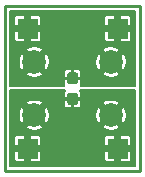
<source format=gbr>
G04 #@! TF.GenerationSoftware,KiCad,Pcbnew,(5.1.8)-1*
G04 #@! TF.CreationDate,2021-06-11T10:05:30-05:00*
G04 #@! TF.ProjectId,Tactile_Switch_Adapter,54616374-696c-4655-9f53-77697463685f,1A*
G04 #@! TF.SameCoordinates,Original*
G04 #@! TF.FileFunction,Copper,L2,Bot*
G04 #@! TF.FilePolarity,Positive*
%FSLAX46Y46*%
G04 Gerber Fmt 4.6, Leading zero omitted, Abs format (unit mm)*
G04 Created by KiCad (PCBNEW (5.1.8)-1) date 2021-06-11 10:05:30*
%MOMM*%
%LPD*%
G01*
G04 APERTURE LIST*
G04 #@! TA.AperFunction,Profile*
%ADD10C,0.254000*%
G04 #@! TD*
G04 #@! TA.AperFunction,ComponentPad*
%ADD11C,2.000000*%
G04 #@! TD*
G04 #@! TA.AperFunction,ComponentPad*
%ADD12R,1.700000X1.700000*%
G04 #@! TD*
G04 #@! TA.AperFunction,Conductor*
%ADD13C,0.127000*%
G04 #@! TD*
G04 #@! TA.AperFunction,Conductor*
%ADD14C,0.150000*%
G04 #@! TD*
G04 APERTURE END LIST*
D10*
X94270000Y-107000000D02*
X105730000Y-107000000D01*
X105730000Y-107000000D02*
X105730000Y-93000000D01*
X94270000Y-93000000D02*
X94270000Y-107000000D01*
X94270000Y-93000000D02*
X105730000Y-93000000D01*
G04 #@! TA.AperFunction,SMDPad,CuDef*
G36*
G01*
X100237500Y-99650000D02*
X99762500Y-99650000D01*
G75*
G02*
X99525000Y-99412500I0J237500D01*
G01*
X99525000Y-98837500D01*
G75*
G02*
X99762500Y-98600000I237500J0D01*
G01*
X100237500Y-98600000D01*
G75*
G02*
X100475000Y-98837500I0J-237500D01*
G01*
X100475000Y-99412500D01*
G75*
G02*
X100237500Y-99650000I-237500J0D01*
G01*
G37*
G04 #@! TD.AperFunction*
G04 #@! TA.AperFunction,SMDPad,CuDef*
G36*
G01*
X100237500Y-101400000D02*
X99762500Y-101400000D01*
G75*
G02*
X99525000Y-101162500I0J237500D01*
G01*
X99525000Y-100587500D01*
G75*
G02*
X99762500Y-100350000I237500J0D01*
G01*
X100237500Y-100350000D01*
G75*
G02*
X100475000Y-100587500I0J-237500D01*
G01*
X100475000Y-101162500D01*
G75*
G02*
X100237500Y-101400000I-237500J0D01*
G01*
G37*
G04 #@! TD.AperFunction*
D11*
X103250000Y-97750000D03*
X103250000Y-102250000D03*
X96750000Y-97750000D03*
X96750000Y-102250000D03*
D12*
X96190000Y-105080000D03*
X103810000Y-94920000D03*
X103810000Y-105080000D03*
X96190000Y-94920000D03*
D13*
X105285501Y-99758500D02*
X100715785Y-99758500D01*
X100719620Y-99751325D01*
X100734687Y-99701655D01*
X100739775Y-99650000D01*
X100738500Y-99254375D01*
X100672625Y-99188500D01*
X100063500Y-99188500D01*
X100063500Y-99208500D01*
X99936500Y-99208500D01*
X99936500Y-99188500D01*
X99327375Y-99188500D01*
X99261500Y-99254375D01*
X99260225Y-99650000D01*
X99265313Y-99701655D01*
X99280380Y-99751325D01*
X99284215Y-99758500D01*
X94714500Y-99758500D01*
X94714500Y-98754327D01*
X96015081Y-98754327D01*
X96134062Y-98921864D01*
X96374516Y-99019511D01*
X96629400Y-99068371D01*
X96888919Y-99066567D01*
X97143099Y-99014168D01*
X97365938Y-98921864D01*
X97484919Y-98754327D01*
X97330592Y-98600000D01*
X99260225Y-98600000D01*
X99261500Y-98995625D01*
X99327375Y-99061500D01*
X99936500Y-99061500D01*
X99936500Y-98402375D01*
X100063500Y-98402375D01*
X100063500Y-99061500D01*
X100672625Y-99061500D01*
X100738500Y-98995625D01*
X100739277Y-98754327D01*
X102515081Y-98754327D01*
X102634062Y-98921864D01*
X102874516Y-99019511D01*
X103129400Y-99068371D01*
X103388919Y-99066567D01*
X103643099Y-99014168D01*
X103865938Y-98921864D01*
X103984919Y-98754327D01*
X103250000Y-98019408D01*
X102515081Y-98754327D01*
X100739277Y-98754327D01*
X100739775Y-98600000D01*
X100734687Y-98548345D01*
X100719620Y-98498675D01*
X100695152Y-98452899D01*
X100662224Y-98412776D01*
X100622101Y-98379848D01*
X100576325Y-98355380D01*
X100526655Y-98340313D01*
X100475000Y-98335225D01*
X100129375Y-98336500D01*
X100063500Y-98402375D01*
X99936500Y-98402375D01*
X99870625Y-98336500D01*
X99525000Y-98335225D01*
X99473345Y-98340313D01*
X99423675Y-98355380D01*
X99377899Y-98379848D01*
X99337776Y-98412776D01*
X99304848Y-98452899D01*
X99280380Y-98498675D01*
X99265313Y-98548345D01*
X99260225Y-98600000D01*
X97330592Y-98600000D01*
X96750000Y-98019408D01*
X96015081Y-98754327D01*
X94714500Y-98754327D01*
X94714500Y-97629400D01*
X95431629Y-97629400D01*
X95433433Y-97888919D01*
X95485832Y-98143099D01*
X95578136Y-98365938D01*
X95745673Y-98484919D01*
X96480592Y-97750000D01*
X97019408Y-97750000D01*
X97754327Y-98484919D01*
X97921864Y-98365938D01*
X98019511Y-98125484D01*
X98068371Y-97870600D01*
X98066695Y-97629400D01*
X101931629Y-97629400D01*
X101933433Y-97888919D01*
X101985832Y-98143099D01*
X102078136Y-98365938D01*
X102245673Y-98484919D01*
X102980592Y-97750000D01*
X103519408Y-97750000D01*
X104254327Y-98484919D01*
X104421864Y-98365938D01*
X104519511Y-98125484D01*
X104568371Y-97870600D01*
X104566567Y-97611081D01*
X104514168Y-97356901D01*
X104421864Y-97134062D01*
X104254327Y-97015081D01*
X103519408Y-97750000D01*
X102980592Y-97750000D01*
X102245673Y-97015081D01*
X102078136Y-97134062D01*
X101980489Y-97374516D01*
X101931629Y-97629400D01*
X98066695Y-97629400D01*
X98066567Y-97611081D01*
X98014168Y-97356901D01*
X97921864Y-97134062D01*
X97754327Y-97015081D01*
X97019408Y-97750000D01*
X96480592Y-97750000D01*
X95745673Y-97015081D01*
X95578136Y-97134062D01*
X95480489Y-97374516D01*
X95431629Y-97629400D01*
X94714500Y-97629400D01*
X94714500Y-96745673D01*
X96015081Y-96745673D01*
X96750000Y-97480592D01*
X97484919Y-96745673D01*
X102515081Y-96745673D01*
X103250000Y-97480592D01*
X103984919Y-96745673D01*
X103865938Y-96578136D01*
X103625484Y-96480489D01*
X103370600Y-96431629D01*
X103111081Y-96433433D01*
X102856901Y-96485832D01*
X102634062Y-96578136D01*
X102515081Y-96745673D01*
X97484919Y-96745673D01*
X97365938Y-96578136D01*
X97125484Y-96480489D01*
X96870600Y-96431629D01*
X96611081Y-96433433D01*
X96356901Y-96485832D01*
X96134062Y-96578136D01*
X96015081Y-96745673D01*
X94714500Y-96745673D01*
X94714500Y-95770000D01*
X95020964Y-95770000D01*
X95027094Y-95832241D01*
X95045249Y-95892090D01*
X95074731Y-95947247D01*
X95114407Y-95995593D01*
X95162753Y-96035269D01*
X95217910Y-96064751D01*
X95277759Y-96082906D01*
X95340000Y-96089036D01*
X95920125Y-96087500D01*
X95999500Y-96008125D01*
X95999500Y-95110500D01*
X96380500Y-95110500D01*
X96380500Y-96008125D01*
X96459875Y-96087500D01*
X97040000Y-96089036D01*
X97102241Y-96082906D01*
X97162090Y-96064751D01*
X97217247Y-96035269D01*
X97265593Y-95995593D01*
X97305269Y-95947247D01*
X97334751Y-95892090D01*
X97352906Y-95832241D01*
X97359036Y-95770000D01*
X102640964Y-95770000D01*
X102647094Y-95832241D01*
X102665249Y-95892090D01*
X102694731Y-95947247D01*
X102734407Y-95995593D01*
X102782753Y-96035269D01*
X102837910Y-96064751D01*
X102897759Y-96082906D01*
X102960000Y-96089036D01*
X103540125Y-96087500D01*
X103619500Y-96008125D01*
X103619500Y-95110500D01*
X104000500Y-95110500D01*
X104000500Y-96008125D01*
X104079875Y-96087500D01*
X104660000Y-96089036D01*
X104722241Y-96082906D01*
X104782090Y-96064751D01*
X104837247Y-96035269D01*
X104885593Y-95995593D01*
X104925269Y-95947247D01*
X104954751Y-95892090D01*
X104972906Y-95832241D01*
X104979036Y-95770000D01*
X104977500Y-95189875D01*
X104898125Y-95110500D01*
X104000500Y-95110500D01*
X103619500Y-95110500D01*
X102721875Y-95110500D01*
X102642500Y-95189875D01*
X102640964Y-95770000D01*
X97359036Y-95770000D01*
X97357500Y-95189875D01*
X97278125Y-95110500D01*
X96380500Y-95110500D01*
X95999500Y-95110500D01*
X95101875Y-95110500D01*
X95022500Y-95189875D01*
X95020964Y-95770000D01*
X94714500Y-95770000D01*
X94714500Y-94070000D01*
X95020964Y-94070000D01*
X95022500Y-94650125D01*
X95101875Y-94729500D01*
X95999500Y-94729500D01*
X95999500Y-93831875D01*
X96380500Y-93831875D01*
X96380500Y-94729500D01*
X97278125Y-94729500D01*
X97357500Y-94650125D01*
X97359036Y-94070000D01*
X102640964Y-94070000D01*
X102642500Y-94650125D01*
X102721875Y-94729500D01*
X103619500Y-94729500D01*
X103619500Y-93831875D01*
X104000500Y-93831875D01*
X104000500Y-94729500D01*
X104898125Y-94729500D01*
X104977500Y-94650125D01*
X104979036Y-94070000D01*
X104972906Y-94007759D01*
X104954751Y-93947910D01*
X104925269Y-93892753D01*
X104885593Y-93844407D01*
X104837247Y-93804731D01*
X104782090Y-93775249D01*
X104722241Y-93757094D01*
X104660000Y-93750964D01*
X104079875Y-93752500D01*
X104000500Y-93831875D01*
X103619500Y-93831875D01*
X103540125Y-93752500D01*
X102960000Y-93750964D01*
X102897759Y-93757094D01*
X102837910Y-93775249D01*
X102782753Y-93804731D01*
X102734407Y-93844407D01*
X102694731Y-93892753D01*
X102665249Y-93947910D01*
X102647094Y-94007759D01*
X102640964Y-94070000D01*
X97359036Y-94070000D01*
X97352906Y-94007759D01*
X97334751Y-93947910D01*
X97305269Y-93892753D01*
X97265593Y-93844407D01*
X97217247Y-93804731D01*
X97162090Y-93775249D01*
X97102241Y-93757094D01*
X97040000Y-93750964D01*
X96459875Y-93752500D01*
X96380500Y-93831875D01*
X95999500Y-93831875D01*
X95920125Y-93752500D01*
X95340000Y-93750964D01*
X95277759Y-93757094D01*
X95217910Y-93775249D01*
X95162753Y-93804731D01*
X95114407Y-93844407D01*
X95074731Y-93892753D01*
X95045249Y-93947910D01*
X95027094Y-94007759D01*
X95020964Y-94070000D01*
X94714500Y-94070000D01*
X94714500Y-93444500D01*
X105285501Y-93444500D01*
X105285501Y-99758500D01*
G04 #@! TA.AperFunction,Conductor*
D14*
G36*
X105285501Y-99758500D02*
G01*
X100715785Y-99758500D01*
X100719620Y-99751325D01*
X100734687Y-99701655D01*
X100739775Y-99650000D01*
X100738500Y-99254375D01*
X100672625Y-99188500D01*
X100063500Y-99188500D01*
X100063500Y-99208500D01*
X99936500Y-99208500D01*
X99936500Y-99188500D01*
X99327375Y-99188500D01*
X99261500Y-99254375D01*
X99260225Y-99650000D01*
X99265313Y-99701655D01*
X99280380Y-99751325D01*
X99284215Y-99758500D01*
X94714500Y-99758500D01*
X94714500Y-98754327D01*
X96015081Y-98754327D01*
X96134062Y-98921864D01*
X96374516Y-99019511D01*
X96629400Y-99068371D01*
X96888919Y-99066567D01*
X97143099Y-99014168D01*
X97365938Y-98921864D01*
X97484919Y-98754327D01*
X97330592Y-98600000D01*
X99260225Y-98600000D01*
X99261500Y-98995625D01*
X99327375Y-99061500D01*
X99936500Y-99061500D01*
X99936500Y-98402375D01*
X100063500Y-98402375D01*
X100063500Y-99061500D01*
X100672625Y-99061500D01*
X100738500Y-98995625D01*
X100739277Y-98754327D01*
X102515081Y-98754327D01*
X102634062Y-98921864D01*
X102874516Y-99019511D01*
X103129400Y-99068371D01*
X103388919Y-99066567D01*
X103643099Y-99014168D01*
X103865938Y-98921864D01*
X103984919Y-98754327D01*
X103250000Y-98019408D01*
X102515081Y-98754327D01*
X100739277Y-98754327D01*
X100739775Y-98600000D01*
X100734687Y-98548345D01*
X100719620Y-98498675D01*
X100695152Y-98452899D01*
X100662224Y-98412776D01*
X100622101Y-98379848D01*
X100576325Y-98355380D01*
X100526655Y-98340313D01*
X100475000Y-98335225D01*
X100129375Y-98336500D01*
X100063500Y-98402375D01*
X99936500Y-98402375D01*
X99870625Y-98336500D01*
X99525000Y-98335225D01*
X99473345Y-98340313D01*
X99423675Y-98355380D01*
X99377899Y-98379848D01*
X99337776Y-98412776D01*
X99304848Y-98452899D01*
X99280380Y-98498675D01*
X99265313Y-98548345D01*
X99260225Y-98600000D01*
X97330592Y-98600000D01*
X96750000Y-98019408D01*
X96015081Y-98754327D01*
X94714500Y-98754327D01*
X94714500Y-97629400D01*
X95431629Y-97629400D01*
X95433433Y-97888919D01*
X95485832Y-98143099D01*
X95578136Y-98365938D01*
X95745673Y-98484919D01*
X96480592Y-97750000D01*
X97019408Y-97750000D01*
X97754327Y-98484919D01*
X97921864Y-98365938D01*
X98019511Y-98125484D01*
X98068371Y-97870600D01*
X98066695Y-97629400D01*
X101931629Y-97629400D01*
X101933433Y-97888919D01*
X101985832Y-98143099D01*
X102078136Y-98365938D01*
X102245673Y-98484919D01*
X102980592Y-97750000D01*
X103519408Y-97750000D01*
X104254327Y-98484919D01*
X104421864Y-98365938D01*
X104519511Y-98125484D01*
X104568371Y-97870600D01*
X104566567Y-97611081D01*
X104514168Y-97356901D01*
X104421864Y-97134062D01*
X104254327Y-97015081D01*
X103519408Y-97750000D01*
X102980592Y-97750000D01*
X102245673Y-97015081D01*
X102078136Y-97134062D01*
X101980489Y-97374516D01*
X101931629Y-97629400D01*
X98066695Y-97629400D01*
X98066567Y-97611081D01*
X98014168Y-97356901D01*
X97921864Y-97134062D01*
X97754327Y-97015081D01*
X97019408Y-97750000D01*
X96480592Y-97750000D01*
X95745673Y-97015081D01*
X95578136Y-97134062D01*
X95480489Y-97374516D01*
X95431629Y-97629400D01*
X94714500Y-97629400D01*
X94714500Y-96745673D01*
X96015081Y-96745673D01*
X96750000Y-97480592D01*
X97484919Y-96745673D01*
X102515081Y-96745673D01*
X103250000Y-97480592D01*
X103984919Y-96745673D01*
X103865938Y-96578136D01*
X103625484Y-96480489D01*
X103370600Y-96431629D01*
X103111081Y-96433433D01*
X102856901Y-96485832D01*
X102634062Y-96578136D01*
X102515081Y-96745673D01*
X97484919Y-96745673D01*
X97365938Y-96578136D01*
X97125484Y-96480489D01*
X96870600Y-96431629D01*
X96611081Y-96433433D01*
X96356901Y-96485832D01*
X96134062Y-96578136D01*
X96015081Y-96745673D01*
X94714500Y-96745673D01*
X94714500Y-95770000D01*
X95020964Y-95770000D01*
X95027094Y-95832241D01*
X95045249Y-95892090D01*
X95074731Y-95947247D01*
X95114407Y-95995593D01*
X95162753Y-96035269D01*
X95217910Y-96064751D01*
X95277759Y-96082906D01*
X95340000Y-96089036D01*
X95920125Y-96087500D01*
X95999500Y-96008125D01*
X95999500Y-95110500D01*
X96380500Y-95110500D01*
X96380500Y-96008125D01*
X96459875Y-96087500D01*
X97040000Y-96089036D01*
X97102241Y-96082906D01*
X97162090Y-96064751D01*
X97217247Y-96035269D01*
X97265593Y-95995593D01*
X97305269Y-95947247D01*
X97334751Y-95892090D01*
X97352906Y-95832241D01*
X97359036Y-95770000D01*
X102640964Y-95770000D01*
X102647094Y-95832241D01*
X102665249Y-95892090D01*
X102694731Y-95947247D01*
X102734407Y-95995593D01*
X102782753Y-96035269D01*
X102837910Y-96064751D01*
X102897759Y-96082906D01*
X102960000Y-96089036D01*
X103540125Y-96087500D01*
X103619500Y-96008125D01*
X103619500Y-95110500D01*
X104000500Y-95110500D01*
X104000500Y-96008125D01*
X104079875Y-96087500D01*
X104660000Y-96089036D01*
X104722241Y-96082906D01*
X104782090Y-96064751D01*
X104837247Y-96035269D01*
X104885593Y-95995593D01*
X104925269Y-95947247D01*
X104954751Y-95892090D01*
X104972906Y-95832241D01*
X104979036Y-95770000D01*
X104977500Y-95189875D01*
X104898125Y-95110500D01*
X104000500Y-95110500D01*
X103619500Y-95110500D01*
X102721875Y-95110500D01*
X102642500Y-95189875D01*
X102640964Y-95770000D01*
X97359036Y-95770000D01*
X97357500Y-95189875D01*
X97278125Y-95110500D01*
X96380500Y-95110500D01*
X95999500Y-95110500D01*
X95101875Y-95110500D01*
X95022500Y-95189875D01*
X95020964Y-95770000D01*
X94714500Y-95770000D01*
X94714500Y-94070000D01*
X95020964Y-94070000D01*
X95022500Y-94650125D01*
X95101875Y-94729500D01*
X95999500Y-94729500D01*
X95999500Y-93831875D01*
X96380500Y-93831875D01*
X96380500Y-94729500D01*
X97278125Y-94729500D01*
X97357500Y-94650125D01*
X97359036Y-94070000D01*
X102640964Y-94070000D01*
X102642500Y-94650125D01*
X102721875Y-94729500D01*
X103619500Y-94729500D01*
X103619500Y-93831875D01*
X104000500Y-93831875D01*
X104000500Y-94729500D01*
X104898125Y-94729500D01*
X104977500Y-94650125D01*
X104979036Y-94070000D01*
X104972906Y-94007759D01*
X104954751Y-93947910D01*
X104925269Y-93892753D01*
X104885593Y-93844407D01*
X104837247Y-93804731D01*
X104782090Y-93775249D01*
X104722241Y-93757094D01*
X104660000Y-93750964D01*
X104079875Y-93752500D01*
X104000500Y-93831875D01*
X103619500Y-93831875D01*
X103540125Y-93752500D01*
X102960000Y-93750964D01*
X102897759Y-93757094D01*
X102837910Y-93775249D01*
X102782753Y-93804731D01*
X102734407Y-93844407D01*
X102694731Y-93892753D01*
X102665249Y-93947910D01*
X102647094Y-94007759D01*
X102640964Y-94070000D01*
X97359036Y-94070000D01*
X97352906Y-94007759D01*
X97334751Y-93947910D01*
X97305269Y-93892753D01*
X97265593Y-93844407D01*
X97217247Y-93804731D01*
X97162090Y-93775249D01*
X97102241Y-93757094D01*
X97040000Y-93750964D01*
X96459875Y-93752500D01*
X96380500Y-93831875D01*
X95999500Y-93831875D01*
X95920125Y-93752500D01*
X95340000Y-93750964D01*
X95277759Y-93757094D01*
X95217910Y-93775249D01*
X95162753Y-93804731D01*
X95114407Y-93844407D01*
X95074731Y-93892753D01*
X95045249Y-93947910D01*
X95027094Y-94007759D01*
X95020964Y-94070000D01*
X94714500Y-94070000D01*
X94714500Y-93444500D01*
X105285501Y-93444500D01*
X105285501Y-99758500D01*
G37*
G04 #@! TD.AperFunction*
D13*
X99337776Y-100162776D02*
X99304848Y-100202899D01*
X99280380Y-100248675D01*
X99265313Y-100298345D01*
X99260225Y-100350000D01*
X99261500Y-100745625D01*
X99327375Y-100811500D01*
X99936500Y-100811500D01*
X99936500Y-100791500D01*
X100063500Y-100791500D01*
X100063500Y-100811500D01*
X100672625Y-100811500D01*
X100738500Y-100745625D01*
X100739775Y-100350000D01*
X100734687Y-100298345D01*
X100719620Y-100248675D01*
X100695152Y-100202899D01*
X100662224Y-100162776D01*
X100633862Y-100139500D01*
X105285500Y-100139500D01*
X105285500Y-106555500D01*
X94714500Y-106555500D01*
X94714500Y-105930000D01*
X95020964Y-105930000D01*
X95027094Y-105992241D01*
X95045249Y-106052090D01*
X95074731Y-106107247D01*
X95114407Y-106155593D01*
X95162753Y-106195269D01*
X95217910Y-106224751D01*
X95277759Y-106242906D01*
X95340000Y-106249036D01*
X95920125Y-106247500D01*
X95999500Y-106168125D01*
X95999500Y-105270500D01*
X96380500Y-105270500D01*
X96380500Y-106168125D01*
X96459875Y-106247500D01*
X97040000Y-106249036D01*
X97102241Y-106242906D01*
X97162090Y-106224751D01*
X97217247Y-106195269D01*
X97265593Y-106155593D01*
X97305269Y-106107247D01*
X97334751Y-106052090D01*
X97352906Y-105992241D01*
X97359036Y-105930000D01*
X102640964Y-105930000D01*
X102647094Y-105992241D01*
X102665249Y-106052090D01*
X102694731Y-106107247D01*
X102734407Y-106155593D01*
X102782753Y-106195269D01*
X102837910Y-106224751D01*
X102897759Y-106242906D01*
X102960000Y-106249036D01*
X103540125Y-106247500D01*
X103619500Y-106168125D01*
X103619500Y-105270500D01*
X104000500Y-105270500D01*
X104000500Y-106168125D01*
X104079875Y-106247500D01*
X104660000Y-106249036D01*
X104722241Y-106242906D01*
X104782090Y-106224751D01*
X104837247Y-106195269D01*
X104885593Y-106155593D01*
X104925269Y-106107247D01*
X104954751Y-106052090D01*
X104972906Y-105992241D01*
X104979036Y-105930000D01*
X104977500Y-105349875D01*
X104898125Y-105270500D01*
X104000500Y-105270500D01*
X103619500Y-105270500D01*
X102721875Y-105270500D01*
X102642500Y-105349875D01*
X102640964Y-105930000D01*
X97359036Y-105930000D01*
X97357500Y-105349875D01*
X97278125Y-105270500D01*
X96380500Y-105270500D01*
X95999500Y-105270500D01*
X95101875Y-105270500D01*
X95022500Y-105349875D01*
X95020964Y-105930000D01*
X94714500Y-105930000D01*
X94714500Y-104230000D01*
X95020964Y-104230000D01*
X95022500Y-104810125D01*
X95101875Y-104889500D01*
X95999500Y-104889500D01*
X95999500Y-103991875D01*
X96380500Y-103991875D01*
X96380500Y-104889500D01*
X97278125Y-104889500D01*
X97357500Y-104810125D01*
X97359036Y-104230000D01*
X102640964Y-104230000D01*
X102642500Y-104810125D01*
X102721875Y-104889500D01*
X103619500Y-104889500D01*
X103619500Y-103991875D01*
X104000500Y-103991875D01*
X104000500Y-104889500D01*
X104898125Y-104889500D01*
X104977500Y-104810125D01*
X104979036Y-104230000D01*
X104972906Y-104167759D01*
X104954751Y-104107910D01*
X104925269Y-104052753D01*
X104885593Y-104004407D01*
X104837247Y-103964731D01*
X104782090Y-103935249D01*
X104722241Y-103917094D01*
X104660000Y-103910964D01*
X104079875Y-103912500D01*
X104000500Y-103991875D01*
X103619500Y-103991875D01*
X103540125Y-103912500D01*
X102960000Y-103910964D01*
X102897759Y-103917094D01*
X102837910Y-103935249D01*
X102782753Y-103964731D01*
X102734407Y-104004407D01*
X102694731Y-104052753D01*
X102665249Y-104107910D01*
X102647094Y-104167759D01*
X102640964Y-104230000D01*
X97359036Y-104230000D01*
X97352906Y-104167759D01*
X97334751Y-104107910D01*
X97305269Y-104052753D01*
X97265593Y-104004407D01*
X97217247Y-103964731D01*
X97162090Y-103935249D01*
X97102241Y-103917094D01*
X97040000Y-103910964D01*
X96459875Y-103912500D01*
X96380500Y-103991875D01*
X95999500Y-103991875D01*
X95920125Y-103912500D01*
X95340000Y-103910964D01*
X95277759Y-103917094D01*
X95217910Y-103935249D01*
X95162753Y-103964731D01*
X95114407Y-104004407D01*
X95074731Y-104052753D01*
X95045249Y-104107910D01*
X95027094Y-104167759D01*
X95020964Y-104230000D01*
X94714500Y-104230000D01*
X94714500Y-103254327D01*
X96015081Y-103254327D01*
X96134062Y-103421864D01*
X96374516Y-103519511D01*
X96629400Y-103568371D01*
X96888919Y-103566567D01*
X97143099Y-103514168D01*
X97365938Y-103421864D01*
X97484919Y-103254327D01*
X102515081Y-103254327D01*
X102634062Y-103421864D01*
X102874516Y-103519511D01*
X103129400Y-103568371D01*
X103388919Y-103566567D01*
X103643099Y-103514168D01*
X103865938Y-103421864D01*
X103984919Y-103254327D01*
X103250000Y-102519408D01*
X102515081Y-103254327D01*
X97484919Y-103254327D01*
X96750000Y-102519408D01*
X96015081Y-103254327D01*
X94714500Y-103254327D01*
X94714500Y-102129400D01*
X95431629Y-102129400D01*
X95433433Y-102388919D01*
X95485832Y-102643099D01*
X95578136Y-102865938D01*
X95745673Y-102984919D01*
X96480592Y-102250000D01*
X97019408Y-102250000D01*
X97754327Y-102984919D01*
X97921864Y-102865938D01*
X98019511Y-102625484D01*
X98068371Y-102370600D01*
X98066695Y-102129400D01*
X101931629Y-102129400D01*
X101933433Y-102388919D01*
X101985832Y-102643099D01*
X102078136Y-102865938D01*
X102245673Y-102984919D01*
X102980592Y-102250000D01*
X103519408Y-102250000D01*
X104254327Y-102984919D01*
X104421864Y-102865938D01*
X104519511Y-102625484D01*
X104568371Y-102370600D01*
X104566567Y-102111081D01*
X104514168Y-101856901D01*
X104421864Y-101634062D01*
X104254327Y-101515081D01*
X103519408Y-102250000D01*
X102980592Y-102250000D01*
X102245673Y-101515081D01*
X102078136Y-101634062D01*
X101980489Y-101874516D01*
X101931629Y-102129400D01*
X98066695Y-102129400D01*
X98066567Y-102111081D01*
X98014168Y-101856901D01*
X97921864Y-101634062D01*
X97754327Y-101515081D01*
X97019408Y-102250000D01*
X96480592Y-102250000D01*
X95745673Y-101515081D01*
X95578136Y-101634062D01*
X95480489Y-101874516D01*
X95431629Y-102129400D01*
X94714500Y-102129400D01*
X94714500Y-101245673D01*
X96015081Y-101245673D01*
X96750000Y-101980592D01*
X97330592Y-101400000D01*
X99260225Y-101400000D01*
X99265313Y-101451655D01*
X99280380Y-101501325D01*
X99304848Y-101547101D01*
X99337776Y-101587224D01*
X99377899Y-101620152D01*
X99423675Y-101644620D01*
X99473345Y-101659687D01*
X99525000Y-101664775D01*
X99870625Y-101663500D01*
X99936500Y-101597625D01*
X99936500Y-100938500D01*
X100063500Y-100938500D01*
X100063500Y-101597625D01*
X100129375Y-101663500D01*
X100475000Y-101664775D01*
X100526655Y-101659687D01*
X100576325Y-101644620D01*
X100622101Y-101620152D01*
X100662224Y-101587224D01*
X100695152Y-101547101D01*
X100719620Y-101501325D01*
X100734687Y-101451655D01*
X100739775Y-101400000D01*
X100739278Y-101245673D01*
X102515081Y-101245673D01*
X103250000Y-101980592D01*
X103984919Y-101245673D01*
X103865938Y-101078136D01*
X103625484Y-100980489D01*
X103370600Y-100931629D01*
X103111081Y-100933433D01*
X102856901Y-100985832D01*
X102634062Y-101078136D01*
X102515081Y-101245673D01*
X100739278Y-101245673D01*
X100738500Y-101004375D01*
X100672625Y-100938500D01*
X100063500Y-100938500D01*
X99936500Y-100938500D01*
X99327375Y-100938500D01*
X99261500Y-101004375D01*
X99260225Y-101400000D01*
X97330592Y-101400000D01*
X97484919Y-101245673D01*
X97365938Y-101078136D01*
X97125484Y-100980489D01*
X96870600Y-100931629D01*
X96611081Y-100933433D01*
X96356901Y-100985832D01*
X96134062Y-101078136D01*
X96015081Y-101245673D01*
X94714500Y-101245673D01*
X94714500Y-100139500D01*
X99366138Y-100139500D01*
X99337776Y-100162776D01*
G04 #@! TA.AperFunction,Conductor*
D14*
G36*
X99337776Y-100162776D02*
G01*
X99304848Y-100202899D01*
X99280380Y-100248675D01*
X99265313Y-100298345D01*
X99260225Y-100350000D01*
X99261500Y-100745625D01*
X99327375Y-100811500D01*
X99936500Y-100811500D01*
X99936500Y-100791500D01*
X100063500Y-100791500D01*
X100063500Y-100811500D01*
X100672625Y-100811500D01*
X100738500Y-100745625D01*
X100739775Y-100350000D01*
X100734687Y-100298345D01*
X100719620Y-100248675D01*
X100695152Y-100202899D01*
X100662224Y-100162776D01*
X100633862Y-100139500D01*
X105285500Y-100139500D01*
X105285500Y-106555500D01*
X94714500Y-106555500D01*
X94714500Y-105930000D01*
X95020964Y-105930000D01*
X95027094Y-105992241D01*
X95045249Y-106052090D01*
X95074731Y-106107247D01*
X95114407Y-106155593D01*
X95162753Y-106195269D01*
X95217910Y-106224751D01*
X95277759Y-106242906D01*
X95340000Y-106249036D01*
X95920125Y-106247500D01*
X95999500Y-106168125D01*
X95999500Y-105270500D01*
X96380500Y-105270500D01*
X96380500Y-106168125D01*
X96459875Y-106247500D01*
X97040000Y-106249036D01*
X97102241Y-106242906D01*
X97162090Y-106224751D01*
X97217247Y-106195269D01*
X97265593Y-106155593D01*
X97305269Y-106107247D01*
X97334751Y-106052090D01*
X97352906Y-105992241D01*
X97359036Y-105930000D01*
X102640964Y-105930000D01*
X102647094Y-105992241D01*
X102665249Y-106052090D01*
X102694731Y-106107247D01*
X102734407Y-106155593D01*
X102782753Y-106195269D01*
X102837910Y-106224751D01*
X102897759Y-106242906D01*
X102960000Y-106249036D01*
X103540125Y-106247500D01*
X103619500Y-106168125D01*
X103619500Y-105270500D01*
X104000500Y-105270500D01*
X104000500Y-106168125D01*
X104079875Y-106247500D01*
X104660000Y-106249036D01*
X104722241Y-106242906D01*
X104782090Y-106224751D01*
X104837247Y-106195269D01*
X104885593Y-106155593D01*
X104925269Y-106107247D01*
X104954751Y-106052090D01*
X104972906Y-105992241D01*
X104979036Y-105930000D01*
X104977500Y-105349875D01*
X104898125Y-105270500D01*
X104000500Y-105270500D01*
X103619500Y-105270500D01*
X102721875Y-105270500D01*
X102642500Y-105349875D01*
X102640964Y-105930000D01*
X97359036Y-105930000D01*
X97357500Y-105349875D01*
X97278125Y-105270500D01*
X96380500Y-105270500D01*
X95999500Y-105270500D01*
X95101875Y-105270500D01*
X95022500Y-105349875D01*
X95020964Y-105930000D01*
X94714500Y-105930000D01*
X94714500Y-104230000D01*
X95020964Y-104230000D01*
X95022500Y-104810125D01*
X95101875Y-104889500D01*
X95999500Y-104889500D01*
X95999500Y-103991875D01*
X96380500Y-103991875D01*
X96380500Y-104889500D01*
X97278125Y-104889500D01*
X97357500Y-104810125D01*
X97359036Y-104230000D01*
X102640964Y-104230000D01*
X102642500Y-104810125D01*
X102721875Y-104889500D01*
X103619500Y-104889500D01*
X103619500Y-103991875D01*
X104000500Y-103991875D01*
X104000500Y-104889500D01*
X104898125Y-104889500D01*
X104977500Y-104810125D01*
X104979036Y-104230000D01*
X104972906Y-104167759D01*
X104954751Y-104107910D01*
X104925269Y-104052753D01*
X104885593Y-104004407D01*
X104837247Y-103964731D01*
X104782090Y-103935249D01*
X104722241Y-103917094D01*
X104660000Y-103910964D01*
X104079875Y-103912500D01*
X104000500Y-103991875D01*
X103619500Y-103991875D01*
X103540125Y-103912500D01*
X102960000Y-103910964D01*
X102897759Y-103917094D01*
X102837910Y-103935249D01*
X102782753Y-103964731D01*
X102734407Y-104004407D01*
X102694731Y-104052753D01*
X102665249Y-104107910D01*
X102647094Y-104167759D01*
X102640964Y-104230000D01*
X97359036Y-104230000D01*
X97352906Y-104167759D01*
X97334751Y-104107910D01*
X97305269Y-104052753D01*
X97265593Y-104004407D01*
X97217247Y-103964731D01*
X97162090Y-103935249D01*
X97102241Y-103917094D01*
X97040000Y-103910964D01*
X96459875Y-103912500D01*
X96380500Y-103991875D01*
X95999500Y-103991875D01*
X95920125Y-103912500D01*
X95340000Y-103910964D01*
X95277759Y-103917094D01*
X95217910Y-103935249D01*
X95162753Y-103964731D01*
X95114407Y-104004407D01*
X95074731Y-104052753D01*
X95045249Y-104107910D01*
X95027094Y-104167759D01*
X95020964Y-104230000D01*
X94714500Y-104230000D01*
X94714500Y-103254327D01*
X96015081Y-103254327D01*
X96134062Y-103421864D01*
X96374516Y-103519511D01*
X96629400Y-103568371D01*
X96888919Y-103566567D01*
X97143099Y-103514168D01*
X97365938Y-103421864D01*
X97484919Y-103254327D01*
X102515081Y-103254327D01*
X102634062Y-103421864D01*
X102874516Y-103519511D01*
X103129400Y-103568371D01*
X103388919Y-103566567D01*
X103643099Y-103514168D01*
X103865938Y-103421864D01*
X103984919Y-103254327D01*
X103250000Y-102519408D01*
X102515081Y-103254327D01*
X97484919Y-103254327D01*
X96750000Y-102519408D01*
X96015081Y-103254327D01*
X94714500Y-103254327D01*
X94714500Y-102129400D01*
X95431629Y-102129400D01*
X95433433Y-102388919D01*
X95485832Y-102643099D01*
X95578136Y-102865938D01*
X95745673Y-102984919D01*
X96480592Y-102250000D01*
X97019408Y-102250000D01*
X97754327Y-102984919D01*
X97921864Y-102865938D01*
X98019511Y-102625484D01*
X98068371Y-102370600D01*
X98066695Y-102129400D01*
X101931629Y-102129400D01*
X101933433Y-102388919D01*
X101985832Y-102643099D01*
X102078136Y-102865938D01*
X102245673Y-102984919D01*
X102980592Y-102250000D01*
X103519408Y-102250000D01*
X104254327Y-102984919D01*
X104421864Y-102865938D01*
X104519511Y-102625484D01*
X104568371Y-102370600D01*
X104566567Y-102111081D01*
X104514168Y-101856901D01*
X104421864Y-101634062D01*
X104254327Y-101515081D01*
X103519408Y-102250000D01*
X102980592Y-102250000D01*
X102245673Y-101515081D01*
X102078136Y-101634062D01*
X101980489Y-101874516D01*
X101931629Y-102129400D01*
X98066695Y-102129400D01*
X98066567Y-102111081D01*
X98014168Y-101856901D01*
X97921864Y-101634062D01*
X97754327Y-101515081D01*
X97019408Y-102250000D01*
X96480592Y-102250000D01*
X95745673Y-101515081D01*
X95578136Y-101634062D01*
X95480489Y-101874516D01*
X95431629Y-102129400D01*
X94714500Y-102129400D01*
X94714500Y-101245673D01*
X96015081Y-101245673D01*
X96750000Y-101980592D01*
X97330592Y-101400000D01*
X99260225Y-101400000D01*
X99265313Y-101451655D01*
X99280380Y-101501325D01*
X99304848Y-101547101D01*
X99337776Y-101587224D01*
X99377899Y-101620152D01*
X99423675Y-101644620D01*
X99473345Y-101659687D01*
X99525000Y-101664775D01*
X99870625Y-101663500D01*
X99936500Y-101597625D01*
X99936500Y-100938500D01*
X100063500Y-100938500D01*
X100063500Y-101597625D01*
X100129375Y-101663500D01*
X100475000Y-101664775D01*
X100526655Y-101659687D01*
X100576325Y-101644620D01*
X100622101Y-101620152D01*
X100662224Y-101587224D01*
X100695152Y-101547101D01*
X100719620Y-101501325D01*
X100734687Y-101451655D01*
X100739775Y-101400000D01*
X100739278Y-101245673D01*
X102515081Y-101245673D01*
X103250000Y-101980592D01*
X103984919Y-101245673D01*
X103865938Y-101078136D01*
X103625484Y-100980489D01*
X103370600Y-100931629D01*
X103111081Y-100933433D01*
X102856901Y-100985832D01*
X102634062Y-101078136D01*
X102515081Y-101245673D01*
X100739278Y-101245673D01*
X100738500Y-101004375D01*
X100672625Y-100938500D01*
X100063500Y-100938500D01*
X99936500Y-100938500D01*
X99327375Y-100938500D01*
X99261500Y-101004375D01*
X99260225Y-101400000D01*
X97330592Y-101400000D01*
X97484919Y-101245673D01*
X97365938Y-101078136D01*
X97125484Y-100980489D01*
X96870600Y-100931629D01*
X96611081Y-100933433D01*
X96356901Y-100985832D01*
X96134062Y-101078136D01*
X96015081Y-101245673D01*
X94714500Y-101245673D01*
X94714500Y-100139500D01*
X99366138Y-100139500D01*
X99337776Y-100162776D01*
G37*
G04 #@! TD.AperFunction*
M02*

</source>
